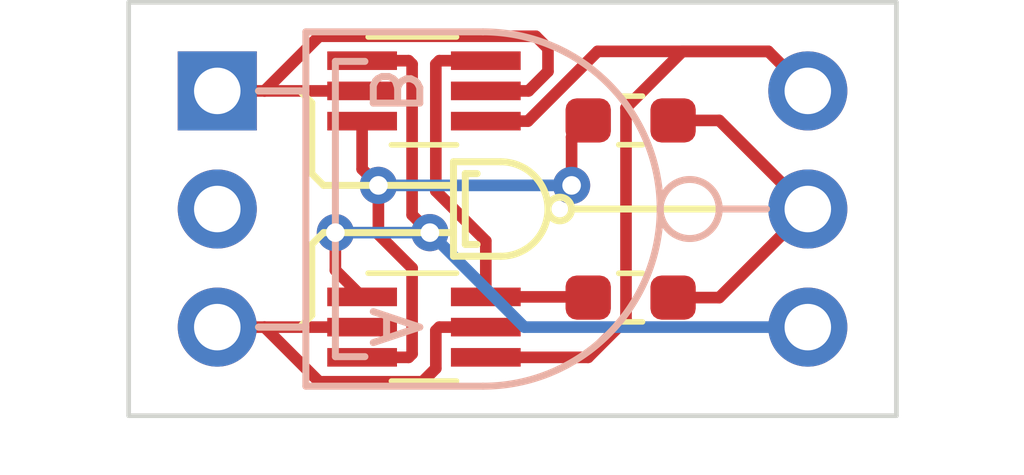
<source format=kicad_pcb>
(kicad_pcb (version 20241229) (generator "pcbnew") (generator_version "9.0")
  (layers (0 "F.Cu" signal) (2 "B.Cu" signal) (13 "F.Paste" user) (15 "B.Paste" user) (5 "F.SilkS" user "F.Silkscreen") (7 "B.SilkS" user "B.Silkscreen") (1 "F.Mask" user) (3 "B.Mask" user) (25 "Edge.Cuts" user))
  (net 0 "")
  (net 1 "A")
  (net 3 "B")
  (net 4 "VDD")
  (net 5 "Out")
  (net 6 "VSS")
  (net 7 "Net-(Q1-Pad3)")
  (net 8 "Net-(Q1-Pad6)")
  (footprint "Resistor_SMD:R_0603_1608Metric_Pad0.98x0.95mm_HandSolder" (layer "F.Cu") (at 128.27 97.155)
    (property "Reference" "R1" (hide yes))
    (property "Value" "12k")
    (fp_line (start -0.254724 -0.5225) (end 0.254724 -0.5225) (stroke (width 0.12)) (layer "F.SilkS"))
    (fp_line (start -0.254724 0.5225) (end 0.254724 0.5225) (stroke (width 0.12)) (layer "F.SilkS"))
    (pad "1" smd roundrect (at -0.9125 0) (size 0.975 0.95) (layers "F.Cu" "F.Mask" "F.Paste") (net 7 "Net-(Q1-Pad3)"))
    (pad "2" smd roundrect (at 0.9125 0) (size 0.975 0.95) (layers "F.Cu" "F.Mask" "F.Paste") (net 5 "Out"))
  )
  (footprint "Tritium:PinHeader_1x03_P2.54mm_Vertical_NoSilkscreen" (layer "F.Cu") (at 132.08 96.52)
    (property "Reference" "J2" (hide yes))
    (property "Value" "Conn_01x03")
    (pad "1" thru_hole circle (at 0 0) (size 1.7 1.7) (drill 1) (layers "*.Cu" "*.Mask") (net 4 "VDD"))
    (pad "2" thru_hole oval (at 0 2.54) (size 1.7 1.7) (drill 1) (layers "*.Cu" "*.Mask") (net 5 "Out"))
    (pad "3" thru_hole oval (at 0 5.08) (size 1.7 1.7) (drill 1) (layers "*.Cu" "*.Mask") (net 6 "VSS"))
  )
  (footprint "Tritium:PinHeader_1x03_P2.54mm_Vertical_NoSilkscreen" (layer "F.Cu") (at 119.38 96.52)
    (property "Reference" "J1" (hide yes))
    (property "Value" "Conn_01x03")
    (pad "1" thru_hole rect (at 0 0) (size 1.7 1.7) (drill 1) (layers "*.Cu" "*.Mask") (net 3 "B"))
    (pad "2" thru_hole oval (at 0 2.54) (size 1.7 1.7) (drill 1) (layers "*.Cu" "*.Mask"))
    (pad "3" thru_hole oval (at 0 5.08) (size 1.7 1.7) (drill 1) (layers "*.Cu" "*.Mask") (net 1 "A"))
  )
  (footprint "Package_TO_SOT_SMD:SOT-363_SC-70-6_Handsoldering" (layer "F.Cu") (at 123.825 101.6)
    (property "Reference" "Q2" (hide yes))
    (property "Value" "BSS8402DW-7-F")
    (fp_line (start -0.7 1.16) (end 0.7 1.16) (stroke (width 0.12)) (layer "F.SilkS"))
    (fp_line (start 0.7 -1.16) (end -1.2 -1.16) (stroke (width 0.12)) (layer "F.SilkS"))
    (pad "1" smd rect (at -1.33 -0.65) (size 1.5 0.4) (layers "F.Cu" "F.Mask" "F.Paste") (net 6 "VSS"))
    (pad "2" smd rect (at -1.33 0) (size 1.5 0.4) (layers "F.Cu" "F.Mask" "F.Paste") (net 1 "A"))
    (pad "3" smd rect (at -1.33 0.65) (size 1.5 0.4) (layers "F.Cu" "F.Mask" "F.Paste") (net 7 "Net-(Q1-Pad3)"))
    (pad "4" smd rect (at 1.33 0.65) (size 1.5 0.4) (layers "F.Cu" "F.Mask" "F.Paste") (net 4 "VDD"))
    (pad "5" smd rect (at 1.33 0) (size 1.5 0.4) (layers "F.Cu" "F.Mask" "F.Paste") (net 1 "A"))
    (pad "6" smd rect (at 1.33 -0.65) (size 1.5 0.4) (layers "F.Cu" "F.Mask" "F.Paste") (net 8 "Net-(Q1-Pad6)"))
  )
  (footprint "Package_TO_SOT_SMD:SOT-363_SC-70-6_Handsoldering" (layer "F.Cu") (at 123.825 96.52)
    (property "Reference" "Q1" (hide yes))
    (property "Value" "BSS8402DW-7-F")
    (fp_line (start -0.7 1.16) (end 0.7 1.16) (stroke (width 0.12)) (layer "F.SilkS"))
    (fp_line (start 0.7 -1.16) (end -1.2 -1.16) (stroke (width 0.12)) (layer "F.SilkS"))
    (pad "1" smd rect (at -1.33 -0.65) (size 1.5 0.4) (layers "F.Cu" "F.Mask" "F.Paste") (net 6 "VSS"))
    (pad "2" smd rect (at -1.33 0) (size 1.5 0.4) (layers "F.Cu" "F.Mask" "F.Paste") (net 3 "B"))
    (pad "3" smd rect (at -1.33 0.65) (size 1.5 0.4) (layers "F.Cu" "F.Mask" "F.Paste") (net 7 "Net-(Q1-Pad3)"))
    (pad "4" smd rect (at 1.33 0.65) (size 1.5 0.4) (layers "F.Cu" "F.Mask" "F.Paste") (net 4 "VDD"))
    (pad "5" smd rect (at 1.33 0) (size 1.5 0.4) (layers "F.Cu" "F.Mask" "F.Paste") (net 3 "B"))
    (pad "6" smd rect (at 1.33 -0.65) (size 1.5 0.4) (layers "F.Cu" "F.Mask" "F.Paste") (net 8 "Net-(Q1-Pad6)"))
  )
  (footprint "Resistor_SMD:R_0603_1608Metric_Pad0.98x0.95mm_HandSolder" (layer "F.Cu") (at 128.27 100.965 180)
    (property "Reference" "R2" (hide yes))
    (property "Value" "12k")
    (fp_line (start -0.254724 0.5225) (end 0.254724 0.5225) (stroke (width 0.12)) (layer "F.SilkS"))
    (fp_line (start -0.254724 -0.5225) (end 0.254724 -0.5225) (stroke (width 0.12)) (layer "F.SilkS"))
    (pad "1" smd roundrect (at -0.9125 0 180) (size 0.975 0.95) (layers "F.Cu" "F.Mask" "F.Paste") (net 5 "Out"))
    (pad "2" smd roundrect (at 0.9125 0 180) (size 0.975 0.95) (layers "F.Cu" "F.Mask" "F.Paste") (net 8 "Net-(Q1-Pad6)"))
  )
  (gr_line (start 124.46 100.076) (end 125.476 100.076) (stroke (width 0.15)) (layer "F.SilkS"))
  (gr_arc (start 126.492 99.06) (mid 126.19442 99.77842) (end 125.476 100.076) (stroke (width 0.15)) (layer "F.SilkS"))
  (gr_line (start 124.46 99.568) (end 121.666 99.568) (stroke (width 0.15)) (layer "F.SilkS"))
  (gr_line (start 121.666 99.568) (end 121.412 99.822) (stroke (width 0.15)) (layer "F.SilkS"))
  (gr_line (start 124.46 98.552) (end 121.666 98.552) (stroke (width 0.15)) (layer "F.SilkS"))
  (gr_line (start 121.412 99.822) (end 121.412 101.346) (stroke (width 0.15)) (layer "F.SilkS"))
  (gr_line (start 121.412 96.774) (end 121.158 96.52) (stroke (width 0.15)) (layer "F.SilkS"))
  (gr_line (start 124.46 98.044) (end 125.476 98.044) (stroke (width 0.15)) (layer "F.SilkS"))
  (gr_line (start 121.158 96.52) (end 120.269 96.52) (stroke (width 0.15)) (layer "F.SilkS"))
  (gr_line (start 124.46 98.044) (end 124.46 100.076) (stroke (width 0.15)) (layer "F.SilkS"))
  (gr_line (start 124.714 98.298) (end 124.968 98.298) (stroke (width 0.15)) (layer "F.SilkS"))
  (gr_circle (center 126.746 99.06) (end 127 99.06) (stroke (width 0.15)) (fill no) (layer "F.SilkS"))
  (gr_arc (start 125.476 98.044) (mid 126.19442 98.34158) (end 126.492 99.06) (stroke (width 0.15)) (layer "F.SilkS"))
  (gr_line (start 121.666 98.552) (end 121.412 98.298) (stroke (width 0.15)) (layer "F.SilkS"))
  (gr_line (start 127 99.06) (end 131.191 99.06) (stroke (width 0.15)) (layer "F.SilkS"))
  (gr_line (start 124.714 98.298) (end 124.714 99.822) (stroke (width 0.15)) (layer "F.SilkS"))
  (gr_line (start 124.714 99.822) (end 124.968 99.822) (stroke (width 0.15)) (layer "F.SilkS"))
  (gr_line (start 121.412 101.346) (end 121.158 101.6) (stroke (width 0.15)) (layer "F.SilkS"))
  (gr_line (start 121.412 98.298) (end 121.412 96.774) (stroke (width 0.15)) (layer "F.SilkS"))
  (gr_line (start 121.158 101.6) (end 120.269 101.6) (stroke (width 0.15)) (layer "F.SilkS"))
  (gr_line (start 122.555 102.235) (end 121.92 102.235) (stroke (width 0.15)) (layer "B.SilkS"))
  (gr_arc (start 125.095 95.250001) (mid 127.789076 96.365924) (end 128.904999 99.06) (stroke (width 0.15)) (layer "B.SilkS"))
  (gr_line (start 121.92 95.885) (end 122.555 95.885) (stroke (width 0.15)) (layer "B.SilkS"))
  (gr_line (start 121.285 96.52) (end 120.269 96.52) (stroke (width 0.15)) (layer "B.SilkS"))
  (gr_line (start 121.285 95.25) (end 125.095 95.25) (stroke (width 0.15)) (layer "B.SilkS"))
  (gr_line (start 121.285 95.25) (end 121.285 102.87) (stroke (width 0.15)) (layer "B.SilkS"))
  (gr_line (start 121.285 101.6) (end 120.269 101.6) (stroke (width 0.15)) (layer "B.SilkS"))
  (gr_arc (start 128.904999 99.06) (mid 127.789076 101.754076) (end 125.095 102.869999) (stroke (width 0.15)) (layer "B.SilkS"))
  (gr_circle (center 129.54 99.06) (end 130.175 99.06) (stroke (width 0.15)) (fill no) (layer "B.SilkS"))
  (gr_line (start 130.175 99.06) (end 131.191 99.06) (stroke (width 0.15)) (layer "B.SilkS"))
  (gr_line (start 121.285 102.87) (end 125.095 102.87) (stroke (width 0.15)) (layer "B.SilkS"))
  (gr_line (start 121.92 95.885) (end 121.92 102.235) (stroke (width 0.15)) (layer "B.SilkS"))
  (gr_line (start 133.985 103.505) (end 117.475 103.505) (stroke (width 0.1)) (layer "Edge.Cuts"))
  (gr_line (start 117.475 94.615) (end 133.985 94.615) (stroke (width 0.1)) (layer "Edge.Cuts"))
  (gr_line (start 117.475 103.505) (end 117.475 94.615) (stroke (width 0.1)) (layer "Edge.Cuts"))
  (gr_line (start 133.985 94.615) (end 133.985 103.505) (stroke (width 0.1)) (layer "Edge.Cuts"))
  (gr_text "B" (at 123.19 96.52 270) (layer "B.SilkS") (effects (font (size 1 1)) (justify mirror)))
  (gr_text "A" (at 123.19 101.6 270) (layer "B.SilkS") (effects (font (size 1 1)) (justify mirror)))
  (segment (start 124.08 102.488) (end 123.793 102.775) (width 0.25) (layer "F.Cu") (net 1))
  (segment (start 125.155 101.6) (end 124.155 101.6) (width 0.25) (layer "F.Cu") (net 1))
  (segment (start 119.38 101.6) (end 120.396 101.6) (width 0.25) (layer "F.Cu") (net 1))
  (segment (start 123.793 102.775) (end 121.571 102.775) (width 0.25) (layer "F.Cu") (net 1))
  (segment (start 121.571 102.775) (end 120.396 101.6) (width 0.25) (layer "F.Cu") (net 1))
  (segment (start 120.396 101.6) (end 122.495 101.6) (width 0.25) (layer "F.Cu") (net 1))
  (segment (start 124.08 101.675) (end 124.08 102.488) (width 0.25) (layer "F.Cu") (net 1))
  (segment (start 124.155 101.6) (end 124.08 101.675) (width 0.25) (layer "F.Cu") (net 1))
  (segment (start 120.396 96.52) (end 122.495 96.52) (width 0.25) (layer "F.Cu") (net 3))
  (segment (start 119.38 96.52) (end 120.396 96.52) (width 0.25) (layer "F.Cu") (net 3))
  (segment (start 121.571 95.345) (end 120.396 96.52) (width 0.25) (layer "F.Cu") (net 3))
  (segment (start 126.492 96.101815) (end 126.492 95.607) (width 0.25) (layer "F.Cu") (net 3))
  (segment (start 126.073815 96.52) (end 126.492 96.101815) (width 0.25) (layer "F.Cu") (net 3))
  (segment (start 126.23 95.345) (end 121.571 95.345) (width 0.25) (layer "F.Cu") (net 3))
  (segment (start 125.155 96.52) (end 126.073815 96.52) (width 0.25) (layer "F.Cu") (net 3))
  (segment (start 126.492 95.607) (end 126.23 95.345) (width 0.25) (layer "F.Cu") (net 3))
  (segment (start 125.155 97.17) (end 126.059505 97.17) (width 0.25) (layer "F.Cu") (net 4))
  (segment (start 126.059505 97.17) (end 127.559505 95.67) (width 0.25) (layer "F.Cu") (net 4))
  (segment (start 131.23 95.67) (end 132.08 96.52) (width 0.25) (layer "F.Cu") (net 4))
  (segment (start 129.384505 95.67) (end 131.23 95.67) (width 0.25) (layer "F.Cu") (net 4))
  (segment (start 127.355495 102.25) (end 128.17 101.435495) (width 0.25) (layer "F.Cu") (net 4))
  (segment (start 128.17 101.435495) (end 128.17 96.884505) (width 0.25) (layer "F.Cu") (net 4))
  (segment (start 128.17 96.884505) (end 129.384505 95.67) (width 0.25) (layer "F.Cu") (net 4))
  (segment (start 127.559505 95.67) (end 131.23 95.67) (width 0.25) (layer "F.Cu") (net 4))
  (segment (start 125.155 102.25) (end 127.355495 102.25) (width 0.25) (layer "F.Cu") (net 4))
  (segment (start 129.1825 100.965) (end 130.175 100.965) (width 0.25) (layer "F.Cu") (net 5))
  (segment (start 130.175 97.155) (end 132.08 99.06) (width 0.25) (layer "F.Cu") (net 5))
  (segment (start 129.1825 97.155) (end 130.175 97.155) (width 0.25) (layer "F.Cu") (net 5))
  (segment (start 130.175 100.965) (end 132.08 99.06) (width 0.25) (layer "F.Cu") (net 5))
  (segment (start 123.57 95.945) (end 123.57 99.186) (width 0.25) (layer "F.Cu") (net 6))
  (segment (start 123.57 99.186) (end 123.952 99.568) (width 0.25) (layer "F.Cu") (net 6))
  (segment (start 122.495 95.87) (end 123.495 95.87) (width 0.25) (layer "F.Cu") (net 6))
  (segment (start 121.92 100.375) (end 122.495 100.95) (width 0.25) (layer "F.Cu") (net 6))
  (segment (start 121.92 99.568) (end 121.92 100.375) (width 0.25) (layer "F.Cu") (net 6))
  (segment (start 123.495 95.87) (end 123.57 95.945) (width 0.25) (layer "F.Cu") (net 6))
  (via (at 121.92 99.568) (size 0.8) (drill 0.4) (layers "F.Cu" "B.Cu") (net 6))
  (via (at 123.952 99.568) (size 0.8) (drill 0.4) (layers "F.Cu" "B.Cu") (net 6))
  (segment (start 125.984 101.6) (end 132.08 101.6) (width 0.25) (layer "B.Cu") (net 6))
  (segment (start 123.952 99.568) (end 125.984 101.6) (width 0.25) (layer "B.Cu") (net 6))
  (segment (start 123.952 99.568) (end 121.92 99.568) (width 0.25) (layer "B.Cu") (net 6))
  (segment (start 122.495 97.17) (end 122.495 98.202) (width 0.25) (layer "F.Cu") (net 7))
  (segment (start 122.495 98.202) (end 122.845 98.552) (width 0.25) (layer "F.Cu") (net 7))
  (segment (start 122.495 102.25) (end 123.495 102.25) (width 0.25) (layer "F.Cu") (net 7))
  (segment (start 123.57 100.32969) (end 122.845 99.60469) (width 0.25) (layer "F.Cu") (net 7))
  (segment (start 122.845 99.60469) (end 122.845 98.552) (width 0.25) (layer "F.Cu") (net 7))
  (segment (start 127 97.5125) (end 127.3575 97.155) (width 0.25) (layer "F.Cu") (net 7))
  (segment (start 123.57 102.175) (end 123.57 100.32969) (width 0.25) (layer "F.Cu") (net 7))
  (segment (start 127 98.552) (end 127 97.5125) (width 0.25) (layer "F.Cu") (net 7))
  (segment (start 123.495 102.25) (end 123.57 102.175) (width 0.25) (layer "F.Cu") (net 7))
  (via (at 127 98.552) (size 0.8) (drill 0.4) (layers "F.Cu" "B.Cu") (net 7))
  (via (at 122.845 98.552) (size 0.8) (drill 0.4) (layers "F.Cu" "B.Cu") (net 7))
  (segment (start 127 98.552) (end 122.845 98.552) (width 0.25) (layer "B.Cu") (net 7))
  (segment (start 124.08 98.671402) (end 125.155 99.746402) (width 0.25) (layer "F.Cu") (net 8))
  (segment (start 125.155 99.746402) (end 125.155 100.95) (width 0.25) (layer "F.Cu") (net 8))
  (segment (start 124.155 95.87) (end 124.08 95.945) (width 0.25) (layer "F.Cu") (net 8))
  (segment (start 124.08 95.945) (end 124.08 98.671402) (width 0.25) (layer "F.Cu") (net 8))
  (segment (start 125.155 100.95) (end 127.3425 100.95) (width 0.25) (layer "F.Cu") (net 8))
  (segment (start 127.3425 100.95) (end 127.3575 100.965) (width 0.25) (layer "F.Cu") (net 8))
  (segment (start 125.155 95.87) (end 124.155 95.87) (width 0.25) (layer "F.Cu") (net 8))
)
</source>
